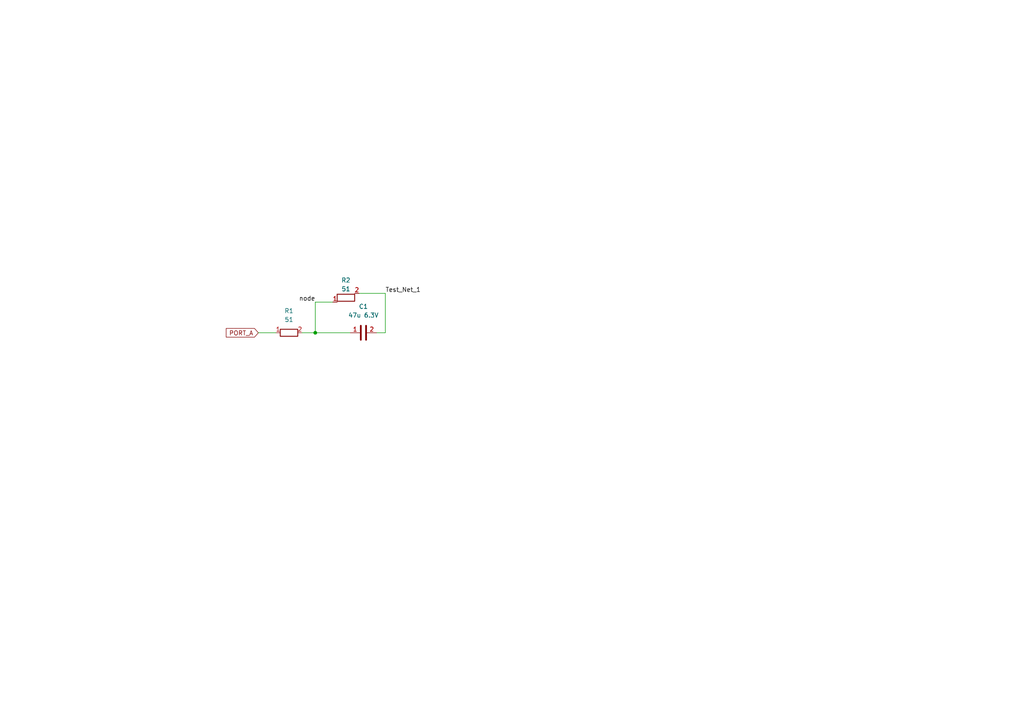
<source format=kicad_sch>
(kicad_sch (version 20211123) (generator eeschema)
  (paper "A4")
  (title_block (title "Simple Circuit") (date "2022-08-02") (rev "v01"))
  (lib_symbols
    (symbol "Device:C" (pin_names (offset 0.254))
      (property "Reference" "C" (at 0.635 2.54 0))
      (property "Value" "C" (at 0.635 -2.54 0))
      (symbol "C_0_1"
        (polyline (pts (xy -2.032 -0.762) (xy 2.032 -0.762)) (stroke (width 0.508)))
        (polyline (pts (xy -2.032 0.762) (xy 2.032 0.762)) (stroke (width 0.508)))
      )
      (symbol "C_1_1"
        (pin passive line (at 0 3.81 270) (length 2.794) (name "~") (number "1"))
        (pin passive line (at 0 -3.81 90) (length 2.794) (name "~") (number "2"))
      )
    )
    (symbol "Device:R" (pin_names (offset 0))
      (property "Reference" "R" (at 2.032 0 90))
      (property "Value" "R" (at 0 0 90))
      (symbol "R_0_1"
        (rectangle (start -1.016 -2.54) (end 1.016 2.54) (stroke (width 0.254)))
      )
      (symbol "R_1_1"
        (pin passive line (at 0 3.81 270) (length 1.27) (name "~") (number "1"))
        (pin passive line (at 0 -3.81 90) (length 1.27) (name "~") (number "2"))
      )
    )
    (symbol "R_1" (pin_names (offset 0))
      (property "Reference" "R2" (at 0 6.35 90))
      (property "Value" "R_1" (at 0 3.81 90))
      (symbol "R_1_0_1"
        (rectangle (start -1.016 -2.54) (end 1.016 2.54) (stroke (width 0.254)))
      )
      (symbol "R_1_1_1"
        (pin passive line (at -1.27 3.81 270) (length 1.27) (name "~") (number "1"))
        (pin passive line (at 1.27 -3.81 90) (length 1.27) (name "~") (number "2"))
      )
    )
  )
  (junction (at 91.44 96.52))
  (wire (pts (xy 91.44 87.63) (xy 91.44 96.52)))
  (wire (pts (xy 111.76 85.09) (xy 111.76 96.52)))
  (wire (pts (xy 104.14 85.09) (xy 111.76 85.09)))
  (wire (pts (xy 74.93 96.52) (xy 80.01 96.52)))
  (wire (pts (xy 91.44 87.63) (xy 96.52 87.63)))
  (wire (pts (xy 87.63 96.52) (xy 91.44 96.52)))
  (wire (pts (xy 109.22 96.52) (xy 111.76 96.52)))
  (wire (pts (xy 91.44 96.52) (xy 101.6 96.52)))
  (label "node" (at 91.44 87.63 180))
  (label "Test_Net_1" (at 111.76 85.09 0))
  (global_label "PORT_A" (shape input) (at 74.93 96.52 180) (property "Intersheet References" "${INTERSHEET_REFS}" (effects hide)))
  (symbol (lib_id "Device:R") (at 83.82 96.52 90) (unit 1)
    (property "Reference" "R1" (at 83.82 90.17 90))
    (property "Value" "51" (at 83.82 92.71 90))
  )
  (symbol (lib_name "R_1") (lib_id "Device:R") (at 100.33 86.36 90) (unit 1)
    (property "Reference" "R2" (at 100.33 81.28 90))
    (property "Value" "51" (at 100.33 83.82 90))
  )
  (symbol (lib_id "Device:C") (at 105.41 96.52 90) (unit 1)
    (property "Reference" "C1" (at 105.41 88.9 90))
    (property "Value" "47u 6.3V" (at 105.41 91.44 90))
  )
)
</source>
